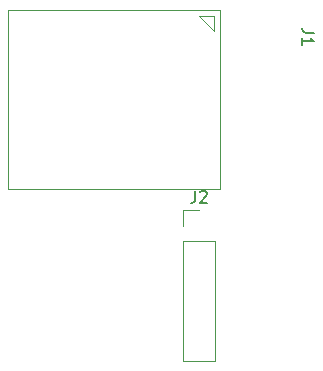
<source format=gbr>
%TF.GenerationSoftware,KiCad,Pcbnew,(7.0.0)*%
%TF.CreationDate,2023-04-04T21:03:58-04:00*%
%TF.ProjectId,StackLight,53746163-6b4c-4696-9768-742e6b696361,rev?*%
%TF.SameCoordinates,Original*%
%TF.FileFunction,Legend,Top*%
%TF.FilePolarity,Positive*%
%FSLAX46Y46*%
G04 Gerber Fmt 4.6, Leading zero omitted, Abs format (unit mm)*
G04 Created by KiCad (PCBNEW (7.0.0)) date 2023-04-04 21:03:58*
%MOMM*%
%LPD*%
G01*
G04 APERTURE LIST*
%ADD10C,0.150000*%
%ADD11C,0.120000*%
%ADD12C,0.100000*%
G04 APERTURE END LIST*
D10*
%TO.C,J2*%
X153590666Y-91017380D02*
X153590666Y-91731666D01*
X153590666Y-91731666D02*
X153543047Y-91874523D01*
X153543047Y-91874523D02*
X153447809Y-91969761D01*
X153447809Y-91969761D02*
X153304952Y-92017380D01*
X153304952Y-92017380D02*
X153209714Y-92017380D01*
X154019238Y-91112619D02*
X154066857Y-91065000D01*
X154066857Y-91065000D02*
X154162095Y-91017380D01*
X154162095Y-91017380D02*
X154400190Y-91017380D01*
X154400190Y-91017380D02*
X154495428Y-91065000D01*
X154495428Y-91065000D02*
X154543047Y-91112619D01*
X154543047Y-91112619D02*
X154590666Y-91207857D01*
X154590666Y-91207857D02*
X154590666Y-91303095D01*
X154590666Y-91303095D02*
X154543047Y-91445952D01*
X154543047Y-91445952D02*
X153971619Y-92017380D01*
X153971619Y-92017380D02*
X154590666Y-92017380D01*
%TO.C,J1*%
X163660619Y-77644666D02*
X162946333Y-77644666D01*
X162946333Y-77644666D02*
X162803476Y-77597047D01*
X162803476Y-77597047D02*
X162708238Y-77501809D01*
X162708238Y-77501809D02*
X162660619Y-77358952D01*
X162660619Y-77358952D02*
X162660619Y-77263714D01*
X162660619Y-78644666D02*
X162660619Y-78073238D01*
X162660619Y-78358952D02*
X163660619Y-78358952D01*
X163660619Y-78358952D02*
X163517761Y-78263714D01*
X163517761Y-78263714D02*
X163422523Y-78168476D01*
X163422523Y-78168476D02*
X163374904Y-78073238D01*
D11*
%TO.C,J2*%
X155254000Y-95250000D02*
X155254000Y-105470000D01*
X152594000Y-95250000D02*
X152594000Y-105470000D01*
X152594000Y-92650000D02*
X153924000Y-92650000D01*
X152594000Y-93980000D02*
X152594000Y-92650000D01*
X152594000Y-95250000D02*
X155254000Y-95250000D01*
X152594000Y-105470000D02*
X155254000Y-105470000D01*
%TO.C,J1*%
X153884000Y-76193000D02*
X155154000Y-76193000D01*
X155154000Y-77463000D02*
X153884000Y-76193000D01*
X155154000Y-76193000D02*
X155154000Y-77463000D01*
X155154000Y-76193000D02*
X153884000Y-76193000D01*
D12*
X155662000Y-75685000D02*
X137762000Y-75685000D01*
X137762000Y-75685000D02*
X137762000Y-90885000D01*
X137762000Y-90885000D02*
X155662000Y-90885000D01*
X155662000Y-90885000D02*
X155662000Y-75685000D01*
%TD*%
M02*

</source>
